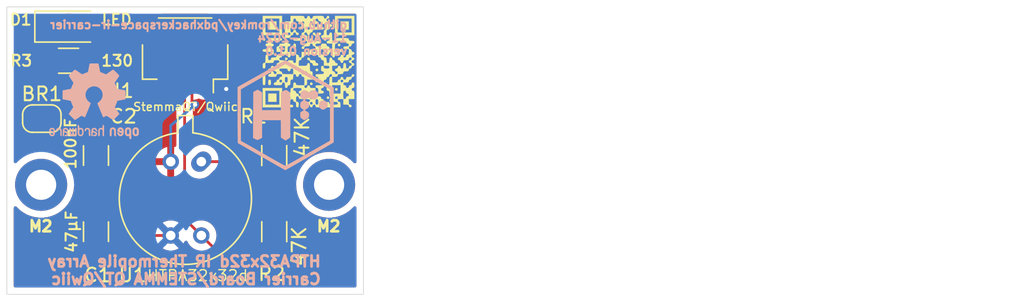
<source format=kicad_pcb>
(kicad_pcb (version 20240108) (generator "pcbnew") (generator_version "8.0")
  (title_block (title "IR Camera Carrier") (date "2024-08-11") (rev "0.1.0") (company "PDX Hackerspace") (comment 1 "John Romkey") (comment 2 "https://github.com/romkey/pdxhackerspace-ir-carrier"))
  (layers (0 "F.Cu" signal) (31 "B.Cu" signal) (34 "B.Paste" user) (35 "F.Paste" user) (36 "B.SilkS" user "B.Silkscreen") (37 "F.SilkS" user "F.Silkscreen") (38 "B.Mask" user) (39 "F.Mask" user) (44 "Edge.Cuts" user))
  (net 0 "")
  (net 1 "+3.3V")
  (net 2 "GND")
  (net 3 "/SCL")
  (net 4 "/SDA")
  (net 5 "Net-(D1-A)")
  (net 6 "Net-(BR1-A)")
  (footprint "Resistor_SMD:R_1206_3216Metric_Pad1.30x1.75mm_HandSolder" (layer "F.Cu") (at 99.5 50.42475 90)
    (property "Reference" "R2" (at -3.07525 -0.186 0) (layer "F.SilkS"))
    (property "Value" "47K" (at -1.07525 1.82 90) (layer "F.SilkS"))
    (pad "1" smd roundrect (at -1.55 0 90) (size 1.3 1.75) (layers "F.Cu" "F.Paste" "F.Mask") (roundrect_rratio 0.192308) (net 4 "/SDA"))
    (pad "2" smd roundrect (at 1.55 0 90) (size 1.3 1.75) (layers "F.Cu" "F.Paste" "F.Mask") (roundrect_rratio 0.192308) (net 1 "+3.3V"))
  )
  (footprint "Capacitor_SMD:C_1206_3216Metric_Pad1.33x1.80mm_HandSolder" (layer "F.Cu") (at 86.5 44.86275 -90)
    (property "Reference" "C2" (at -2.86275 -2 0) (layer "F.SilkS"))
    (property "Value" "100nF" (at -0.86275 1.85 90) (layer "F.SilkS") (effects (font (size 0.8 0.8))))
    (pad "1" smd roundrect (at -1.5625 0 270) (size 1.325 1.8) (layers "F.Cu" "F.Paste" "F.Mask") (roundrect_rratio 0.188679) (net 1 "+3.3V"))
    (pad "2" smd roundrect (at 1.5625 0 270) (size 1.325 1.8) (layers "F.Cu" "F.Paste" "F.Mask") (roundrect_rratio 0.188679) (net 2 "GND"))
  )
  (footprint "Resistor_SMD:R_1206_3216Metric_Pad1.30x1.75mm_HandSolder" (layer "F.Cu") (at 99.5 44.86275 -90)
    (property "Reference" "R1" (at -2.86275 1.5 0) (layer "F.SilkS"))
    (property "Value" "47K" (at -1.36275 -2.032 90) (layer "F.SilkS"))
    (pad "1" smd roundrect (at -1.55 0 270) (size 1.3 1.75) (layers "F.Cu" "F.Paste" "F.Mask") (roundrect_rratio 0.192308) (net 3 "/SCL"))
    (pad "2" smd roundrect (at 1.55 0 270) (size 1.3 1.75) (layers "F.Cu" "F.Paste" "F.Mask") (roundrect_rratio 0.192308) (net 1 "+3.3V"))
  )
  (footprint "MountingHole:MountingHole_2.2mm_M2_DIN965_Pad" (layer "F.Cu") (at 103.5 47)
    (property "Reference" "REF**" (hide yes))
    (property "Value" "MountingHole_2.2mm_M2_DIN965_Pad" (hide yes))
    (pad "1" thru_hole circle (at 0 0) (size 3.8 3.8) (drill 2.2) (layers "*.Cu" "*.Mask"))
  )
  (footprint "Resistor_SMD:R_1206_3216Metric_Pad1.30x1.75mm_HandSolder" (layer "F.Cu") (at 84.5 37.93875)
    (property "Reference" "R3" (at -3.45 0 0) (layer "F.SilkS") (effects (font (size 0.8 0.8))))
    (property "Value" "130" (at 3.55 0 0) (layer "F.SilkS") (effects (font (size 0.8 0.8))))
    (pad "1" smd roundrect (at -1.55 0) (size 1.3 1.75) (layers "F.Cu" "F.Paste" "F.Mask") (roundrect_rratio 0.192308) (net 1 "+3.3V"))
    (pad "2" smd roundrect (at 1.55 0) (size 1.3 1.75) (layers "F.Cu" "F.Paste" "F.Mask") (roundrect_rratio 0.192308) (net 5 "Net-(D1-A)"))
  )
  (footprint "Connector_JST:JST_SH_SM04B-SRSS-TB_1x04-1MP_P1.00mm_Horizontal" (layer "F.Cu") (at 93 37.5 180)
    (property "Reference" "J1" (at 4.608 -2.632 180) (layer "F.SilkS"))
    (property "Value" "~" (hide yes))
    (pad "1" smd roundrect (at -1.5 -2 180) (size 0.6 1.55) (layers "F.Cu" "F.Paste" "F.Mask") (net 2 "GND"))
    (pad "2" smd roundrect (at -0.5 -2 180) (size 0.6 1.55) (layers "F.Cu" "F.Paste" "F.Mask") (net 1 "+3.3V"))
    (pad "3" smd roundrect (at 0.5 -2 180) (size 0.6 1.55) (layers "F.Cu" "F.Paste" "F.Mask") (net 4 "/SDA"))
    (pad "4" smd roundrect (at 1.5 -2 180) (size 0.6 1.55) (layers "F.Cu" "F.Paste" "F.Mask") (net 3 "/SCL"))
    (pad "MP" smd roundrect (at -2.8 1.875 180) (size 1.2 1.8) (layers "F.Cu" "F.Paste" "F.Mask") (roundrect_rratio 0.208333))
    (pad "MP" smd roundrect (at 2.8 1.875 180) (size 1.2 1.8) (layers "F.Cu" "F.Paste" "F.Mask") (roundrect_rratio 0.208333))
  )
  (footprint "1myFootprints:HTPA32x32d" (layer "F.Cu") (at 93.065 48.006)
    (property "Reference" "U1" (hide yes))
    (property "Value" "Conn_01x04_Pin" (hide yes))
    (fp_text user "${REFERENCE}" (at -3.911 5.588 0) (layer "F.SilkS"))
    (pad "1" thru_hole oval (at 1.117 -2.698 45) (size 1.6 1.2) (drill 0.7) (layers "*.Cu" "*.Mask") (net 3 "/SCL"))
    (pad "2" thru_hole oval (at 1.117 2.698 315) (size 1.2 1.2) (drill 0.7) (layers "*.Cu" "*.Mask") (net 4 "/SDA"))
    (pad "3" thru_hole oval (at -1.117 2.698 315) (size 1.2 1.2) (drill 0.7) (layers "*.Cu" "*.Mask") (net 2 "GND"))
    (pad "4" thru_hole circle (at -1.117 -2.698 315) (size 1.2 1.2) (drill 0.7) (layers "*.Cu" "*.Mask") (net 1 "+3.3V"))
  )
  (footprint "Jumper:SolderJumper-2_P1.3mm_Bridged_RoundedPad1.0x1.5mm" (layer "F.Cu") (at 82.55 42.164)
    (property "Reference" "BR1" (at 0 -1.8 0) (layer "F.SilkS"))
    (property "Value" "~" (hide yes))
    (fp_poly (pts (xy 0.25 -0.3) (xy -0.25 -0.3) (xy -0.25 0.3) (xy 0.25 0.3)) (fill solid) (layer "F.Cu"))
    (pad "1" smd custom (at -0.65 0) (size 1 0.5) (layers "F.Cu" "F.Mask") (net 6 "Net-(BR1-A)") (options (clearance outline) (anchor rect)) (primitives (gr_circle (center 0 0.25) (end 0.5 0.25) (width 0) (fill yes)) (gr_circle (center 0 -0.25) (end 0.5 -0.25) (width 0) (fill yes)) (gr_poly (pts (xy 0.5 0.75) (xy 0 0.75) (xy 0 -0.75) (xy 0.5 -0.75)) (width 0) (fill yes))))
    (pad "2" smd custom (at 0.65 0) (size 1 0.5) (layers "F.Cu" "F.Mask") (net 2 "GND") (options (clearance outline) (anchor rect)) (primitives (gr_circle (center 0 0.25) (end 0.5 0.25) (width 0) (fill yes)) (gr_circle (center 0 -0.25) (end 0.5 -0.25) (width 0) (fill yes)) (gr_poly (pts (xy 0 0.75) (xy -0.5 0.75) (xy -0.5 -0.75) (xy 0 -0.75)) (width 0) (fill yes))))
  )
  (footprint "Capacitor_SMD:C_1206_3216Metric_Pad1.33x1.80mm_HandSolder" (layer "F.Cu") (at 86.5 50.42475 90)
    (property "Reference" "C1" (at -3.16925 0.114 0) (layer "F.SilkS"))
    (property "Value" "47µF" (at 0 -1.778 90) (layer "F.SilkS") (effects (font (size 0.8 0.8))))
    (pad "1" smd roundrect (at -1.5625 0 90) (size 1.325 1.8) (layers "F.Cu" "F.Paste" "F.Mask") (roundrect_rratio 0.188679) (net 1 "+3.3V"))
    (pad "2" smd roundrect (at 1.5625 0 90) (size 1.325 1.8) (layers "F.Cu" "F.Paste" "F.Mask") (roundrect_rratio 0.188679) (net 2 "GND"))
  )
  (footprint "MountingHole:MountingHole_2.2mm_M2_DIN965_Pad" (layer "F.Cu") (at 82.5 47)
    (property "Reference" "REF**" (hide yes))
    (property "Value" "MountingHole_2.2mm_M2_DIN965_Pad" (hide yes))
    (pad "1" thru_hole circle (at 0 0) (size 3.8 3.8) (drill 2.2) (layers "*.Cu" "*.Mask"))
  )
  (footprint "LOGO" (layer "F.Cu") (at 102 38)
    (property "Reference" "G***" (hide yes))
    (property "Value" "LOGO" (hide yes))
  )
  (footprint "LED_SMD:LED_1206_3216Metric_Pad1.42x1.75mm_HandSolder" (layer "F.Cu") (at 84.5 35.43875)
    (property "Reference" "D1" (at -3.4875 -0.5 0) (layer "F.SilkS") (effects (font (size 0.8 0.8))))
    (property "Value" "LED" (at 3.5125 -0.5 0) (layer "F.SilkS") (effects (font (size 0.8 0.8))))
    (pad "1" smd roundrect (at -1.4875 0) (size 1.425 1.75) (layers "F.Cu" "F.Paste" "F.Mask") (roundrect_rratio 0.175439) (net 6 "Net-(BR1-A)"))
    (pad "2" smd roundrect (at 1.4875 0) (size 1.425 1.75) (layers "F.Cu" "F.Paste" "F.Mask") (roundrect_rratio 0.175439) (net 5 "Net-(D1-A)"))
  )
  (footprint "1myFootprints:OSHW-Logo2_7.3x6mm_SilkScreen" (layer "B.Cu") (at 86.36 40.894 180)
    (property "Reference" "REF**" (hide yes))
    (property "Value" "OSHW-Logo2_7.3x6mm_SilkScreen" (hide yes))
  )
  (footprint "1MyFootprints:CTRLH Logo" (layer "B.Cu") (at 100.5 41.91 180)
    (property "Reference" "REF**" (hide yes))
    (property "Value" "CTRLH Logo" (hide yes))
  )
  (gr_rect (start 80 34) (end 106 55) (stroke (width 0.05)) (fill none) (layer "Edge.Cuts"))
  (gr_text "HTPA32x32d IR Thermopile Array\nCarrier Board/STEMMA QT/Qwiic\n" (at 103 54.356 0) (layer "B.SilkS") (effects (font (size 0.8 0.8) (thickness 0.2) (bold yes)) (justify left bottom mirror)))
  (gr_text "github.com/romkey/pdxhackerspace-ir-carrier\n11-Aug-2024\nversion 0.1.0" (at 104.902 37.592 0) (layer "B.SilkS") (effects (font (size 0.6 0.6) (thickness 0.15) (bold yes)) (justify left bottom mirror)))
  (gr_text "HTPA32x32d" (at 90.17 54.102 0) (layer "F.SilkS") (effects (font (size 0.8 0.8) (thickness 0.1)) (justify left bottom)))
  (gr_text "M2" (at 102.5 50.5 0) (layer "F.SilkS") (effects (font (size 0.8 0.8) (thickness 0.2) (bold yes)) (justify left bottom)))
  (gr_text "StemmaQT/Qwiic" (at 89.154 41.656 0) (layer "F.SilkS") (effects (font (size 0.6 0.6) (thickness 0.1)) (justify left bottom)))
  (gr_text "M2" (at 81.5 50.5 0) (layer "F.SilkS") (effects (font (size 0.8 0.8) (thickness 0.2) (bold yes)) (justify left bottom)))
  (segment (start 101.5 54) (end 101.5 50.87475) (width 0.2) (layer "F.Cu") (net 1))
  (segment (start 93.5 39.5) (end 93.5 40.922) (width 0.2) (layer "F.Cu") (net 1))
  (segment (start 86.5 51.98725) (end 87.4 51.98725) (width 0.2) (layer "F.Cu") (net 1))
  (segment (start 87.4 51.98725) (end 89.41275 54) (width 0.2) (layer "F.Cu") (net 1))
  (segment (start 91.948 45.308) (end 88.50775 45.308) (width 0.2) (layer "F.Cu") (net 1))
  (segment (start 89.41275 54) (end 101.5 54) (width 0.2) (layer "F.Cu") (net 1))
  (segment (start 82.95 37.93875) (end 82.95 39.75025) (width 0.2) (layer "F.Cu") (net 1))
  (segment (start 88.50775 45.308) (end 86.5 43.30025) (width 0.2) (layer "F.Cu") (net 1))
  (segment (start 82.95 39.75025) (end 86.5 43.30025) (width 0.2) (layer "F.Cu") (net 1))
  (segment (start 93.5 40.922) (end 93.726 41.148) (width 0.2) (layer "F.Cu") (net 1))
  (segment (start 101.5 50.87475) (end 99.5 48.87475) (width 0.2) (layer "F.Cu") (net 1))
  (segment (start 99.5 46.41275) (end 99.5 48.87475) (width 0.2) (layer "F.Cu") (net 1))
  (via (at 93.726 41.148) (size 0.6) (drill 0.3) (layers "F.Cu" "B.Cu") (net 1))
  (segment (start 93.726 41.148) (end 93.472 41.148) (width 0.2) (layer "B.Cu") (net 1))
  (segment (start 91.948 45.308) (end 91.948 42.672) (width 0.2) (layer "B.Cu") (net 1))
  (segment (start 91.948 42.672) (end 93.726 41.148) (width 0.2) (layer "B.Cu") (net 1))
  (segment (start 83.15 42) (end 83.15 43.07525) (width 0.2) (layer "F.Cu") (net 2))
  (segment (start 88.34175 50.704) (end 86.5 48.86225) (width 0.2) (layer "F.Cu") (net 2))
  (segment (start 91.948 50.704) (end 88.34175 50.704) (width 0.2) (layer "F.Cu") (net 2))
  (segment (start 94.5 39.5) (end 95 40) (width 0.2) (layer "F.Cu") (net 2))
  (segment (start 95 40) (end 96 40) (width 0.2) (layer "F.Cu") (net 2))
  (segment (start 86.5 46.42525) (end 86.5 48.86225) (width 0.2) (layer "F.Cu") (net 2))
  (segment (start 83.15 43.07525) (end 86.5 46.42525) (width 0.2) (layer "F.Cu") (net 2))
  (via (at 96 40) (size 0.6) (drill 0.3) (layers "F.Cu" "B.Cu") (net 2))
  (segment (start 99.5 41) (end 99.5 43.31275) (width 0.2) (layer "F.Cu") (net 3))
  (segment (start 91.800001 38.425) (end 96.925 38.425) (width 0.2) (layer "F.Cu") (net 3))
  (segment (start 96.925 38.425) (end 99.5 41) (width 0.2) (layer "F.Cu") (net 3))
  (segment (start 97.50475 45.308) (end 99.5 43.31275) (width 0.2) (layer "F.Cu") (net 3))
  (segment (start 91.5 39.5) (end 91.5 38.725001) (width 0.2) (layer "F.Cu") (net 3))
  (segment (start 91.5 38.725001) (end 91.800001 38.425) (width 0.2) (layer "F.Cu") (net 3))
  (segment (start 94.182 45.308) (end 97.50475 45.308) (width 0.2) (layer "F.Cu") (net 3))
  (segment (start 92.5 40.274999) (end 92.964 40.738999) (width 0.2) (layer "F.Cu") (net 4))
  (segment (start 94.182 50.704) (end 95.45275 51.97475) (width 0.2) (layer "F.Cu") (net 4))
  (segment (start 92.5 39.5) (end 92.5 40.274999) (width 0.2) (layer "F.Cu") (net 4))
  (segment (start 92.964 40.738999) (end 92.964 49.486) (width 0.2) (layer "F.Cu") (net 4))
  (segment (start 92.964 49.486) (end 94.182 50.704) (width 0.2) (layer "F.Cu") (net 4))
  (segment (start 95.45275 51.97475) (end 99.5 51.97475) (width 0.2) (layer "F.Cu") (net 4))
  (segment (start 85.9875 37.87625) (end 86.05 37.93875) (width 0.2) (layer "F.Cu") (net 5))
  (segment (start 85.9875 35.43875) (end 85.9875 37.87625) (width 0.2) (layer "F.Cu") (net 5))
  (segment (start 81.85 36.60125) (end 81.85 42) (width 0.2) (layer "F.Cu") (net 6))
  (segment (start 83.0125 35.43875) (end 81.85 36.60125) (width 0.2) (layer "F.Cu") (net 6))
  (zone (net 1) (net_name "+3.3V") (layer "F.Cu") (name "GND Plane") (connect_pads (clearance 0.5)) (min_thickness 0.25) (fill yes (thermal_gap 0.5) (thermal_bridge_width 0.5))
    (polygon (pts (xy 79.5 33.5) (xy 106.5 33.5) (xy 106.5 55.5) (xy 79.5 55.5)))
  )
  (zone (net 2) (net_name "GND") (layer "B.Cu") (name "GND Plane") (priority 1) (connect_pads (clearance 0.5)) (min_thickness 0.25) (fill yes (thermal_gap 0.5) (thermal_bridge_width 0.5))
    (polygon (pts (xy 79.5 33.5) (xy 106.5 33.5) (xy 106.5 55.5) (xy 79.5 55.5)))
  )
)
</source>
